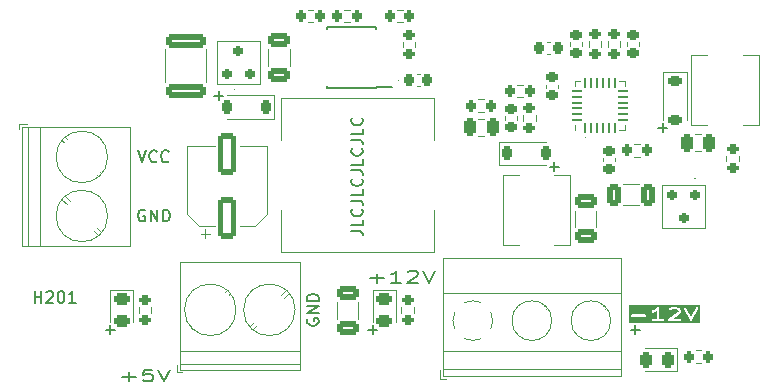
<source format=gto>
G04 #@! TF.GenerationSoftware,KiCad,Pcbnew,7.0.8*
G04 #@! TF.CreationDate,2023-11-17T13:56:21+01:00*
G04 #@! TF.ProjectId,shmoergh-dual-rail-psu,73686d6f-6572-4676-982d-6475616c2d72,rev?*
G04 #@! TF.SameCoordinates,Original*
G04 #@! TF.FileFunction,Legend,Top*
G04 #@! TF.FilePolarity,Positive*
%FSLAX46Y46*%
G04 Gerber Fmt 4.6, Leading zero omitted, Abs format (unit mm)*
G04 Created by KiCad (PCBNEW 7.0.8) date 2023-11-17 13:56:21*
%MOMM*%
%LPD*%
G01*
G04 APERTURE LIST*
G04 Aperture macros list*
%AMRoundRect*
0 Rectangle with rounded corners*
0 $1 Rounding radius*
0 $2 $3 $4 $5 $6 $7 $8 $9 X,Y pos of 4 corners*
0 Add a 4 corners polygon primitive as box body*
4,1,4,$2,$3,$4,$5,$6,$7,$8,$9,$2,$3,0*
0 Add four circle primitives for the rounded corners*
1,1,$1+$1,$2,$3*
1,1,$1+$1,$4,$5*
1,1,$1+$1,$6,$7*
1,1,$1+$1,$8,$9*
0 Add four rect primitives between the rounded corners*
20,1,$1+$1,$2,$3,$4,$5,0*
20,1,$1+$1,$4,$5,$6,$7,0*
20,1,$1+$1,$6,$7,$8,$9,0*
20,1,$1+$1,$8,$9,$2,$3,0*%
G04 Aperture macros list end*
%ADD10C,0.120000*%
%ADD11C,0.200000*%
%ADD12C,0.150000*%
%ADD13C,6.000000*%
%ADD14C,1.152000*%
%ADD15RoundRect,0.200000X-0.275000X0.200000X-0.275000X-0.200000X0.275000X-0.200000X0.275000X0.200000X0*%
%ADD16RoundRect,0.250000X0.325000X0.650000X-0.325000X0.650000X-0.325000X-0.650000X0.325000X-0.650000X0*%
%ADD17R,2.500000X1.900000*%
%ADD18RoundRect,0.200000X-0.200000X0.250000X-0.200000X-0.250000X0.200000X-0.250000X0.200000X0.250000X0*%
%ADD19R,1.550000X0.600000*%
%ADD20RoundRect,0.200000X-0.200000X-0.275000X0.200000X-0.275000X0.200000X0.275000X-0.200000X0.275000X0*%
%ADD21R,2.600000X2.600000*%
%ADD22C,2.600000*%
%ADD23R,2.900000X5.400000*%
%ADD24RoundRect,0.200000X0.275000X-0.200000X0.275000X0.200000X-0.275000X0.200000X-0.275000X-0.200000X0*%
%ADD25RoundRect,0.200000X0.200000X0.275000X-0.200000X0.275000X-0.200000X-0.275000X0.200000X-0.275000X0*%
%ADD26RoundRect,0.225000X0.250000X-0.225000X0.250000X0.225000X-0.250000X0.225000X-0.250000X-0.225000X0*%
%ADD27RoundRect,0.250000X0.650000X-0.325000X0.650000X0.325000X-0.650000X0.325000X-0.650000X-0.325000X0*%
%ADD28RoundRect,0.225000X-0.225000X-0.250000X0.225000X-0.250000X0.225000X0.250000X-0.225000X0.250000X0*%
%ADD29RoundRect,0.225000X-0.250000X0.225000X-0.250000X-0.225000X0.250000X-0.225000X0.250000X0.225000X0*%
%ADD30RoundRect,0.225000X0.225000X0.375000X-0.225000X0.375000X-0.225000X-0.375000X0.225000X-0.375000X0*%
%ADD31RoundRect,0.243750X-0.456250X0.243750X-0.456250X-0.243750X0.456250X-0.243750X0.456250X0.243750X0*%
%ADD32RoundRect,0.250000X0.550000X-1.500000X0.550000X1.500000X-0.550000X1.500000X-0.550000X-1.500000X0*%
%ADD33RoundRect,0.250000X-0.250000X-0.475000X0.250000X-0.475000X0.250000X0.475000X-0.250000X0.475000X0*%
%ADD34RoundRect,0.225000X-0.225000X-0.375000X0.225000X-0.375000X0.225000X0.375000X-0.225000X0.375000X0*%
%ADD35RoundRect,0.225000X0.225000X0.250000X-0.225000X0.250000X-0.225000X-0.250000X0.225000X-0.250000X0*%
%ADD36RoundRect,0.250000X0.250000X0.475000X-0.250000X0.475000X-0.250000X-0.475000X0.250000X-0.475000X0*%
%ADD37RoundRect,0.225000X-0.375000X0.225000X-0.375000X-0.225000X0.375000X-0.225000X0.375000X0.225000X0*%
%ADD38RoundRect,0.200000X0.200000X-0.250000X0.200000X0.250000X-0.200000X0.250000X-0.200000X-0.250000X0*%
%ADD39RoundRect,0.243750X0.243750X0.456250X-0.243750X0.456250X-0.243750X-0.456250X0.243750X-0.456250X0*%
%ADD40RoundRect,0.250000X-0.650000X0.325000X-0.650000X-0.325000X0.650000X-0.325000X0.650000X0.325000X0*%
%ADD41RoundRect,0.062500X0.062500X-0.350000X0.062500X0.350000X-0.062500X0.350000X-0.062500X-0.350000X0*%
%ADD42RoundRect,0.062500X0.350000X-0.062500X0.350000X0.062500X-0.350000X0.062500X-0.350000X-0.062500X0*%
%ADD43RoundRect,0.250000X-1.450000X0.312500X-1.450000X-0.312500X1.450000X-0.312500X1.450000X0.312500X0*%
G04 APERTURE END LIST*
D10*
X67420902Y-26906000D02*
G75*
G03*
X67420902Y-26906000I-55902J0D01*
G01*
X76720902Y-30353000D02*
G75*
G03*
X76720902Y-30353000I-55902J0D01*
G01*
X37715000Y-22860000D02*
G75*
G03*
X37715000Y-22860000I-50000J0D01*
G01*
X51615000Y-22056000D02*
G75*
G03*
X51615000Y-22056000I-50000J0D01*
G01*
D11*
X49173143Y-38820326D02*
X50316001Y-38820326D01*
X49744572Y-39201279D02*
X49744572Y-38439374D01*
X51816001Y-39201279D02*
X50958858Y-39201279D01*
X51387429Y-39201279D02*
X51387429Y-38201279D01*
X51387429Y-38201279D02*
X51244572Y-38344136D01*
X51244572Y-38344136D02*
X51101715Y-38439374D01*
X51101715Y-38439374D02*
X50958858Y-38486993D01*
X52387429Y-38296517D02*
X52458857Y-38248898D01*
X52458857Y-38248898D02*
X52601715Y-38201279D01*
X52601715Y-38201279D02*
X52958857Y-38201279D01*
X52958857Y-38201279D02*
X53101715Y-38248898D01*
X53101715Y-38248898D02*
X53173143Y-38296517D01*
X53173143Y-38296517D02*
X53244572Y-38391755D01*
X53244572Y-38391755D02*
X53244572Y-38486993D01*
X53244572Y-38486993D02*
X53173143Y-38629850D01*
X53173143Y-38629850D02*
X52316000Y-39201279D01*
X52316000Y-39201279D02*
X53244572Y-39201279D01*
X53673143Y-38201279D02*
X54173143Y-39201279D01*
X54173143Y-39201279D02*
X54673143Y-38201279D01*
G36*
X77063448Y-42605076D02*
G01*
X71083980Y-42605076D01*
X71083980Y-42012168D01*
X71226837Y-42012168D01*
X71263164Y-42062168D01*
X71321943Y-42081266D01*
X72464801Y-42081266D01*
X72523580Y-42062168D01*
X72559907Y-42012168D01*
X72559907Y-41950364D01*
X72523580Y-41900364D01*
X72464801Y-41881266D01*
X71321943Y-41881266D01*
X71263164Y-41900364D01*
X71226837Y-41950364D01*
X71226837Y-42012168D01*
X71083980Y-42012168D01*
X71083980Y-41648692D01*
X73007660Y-41648692D01*
X73027205Y-41707324D01*
X73077479Y-41743271D01*
X73139281Y-41742801D01*
X73282137Y-41695182D01*
X73292992Y-41687168D01*
X73305985Y-41683519D01*
X73436229Y-41596689D01*
X73436229Y-42262219D01*
X73107658Y-42262219D01*
X73048879Y-42281317D01*
X73012552Y-42331317D01*
X73012552Y-42393121D01*
X73048879Y-42443121D01*
X73107658Y-42462219D01*
X73964801Y-42462219D01*
X74023580Y-42443121D01*
X74059907Y-42393121D01*
X74059907Y-42389262D01*
X74368526Y-42389262D01*
X74369694Y-42391014D01*
X74369694Y-42393121D01*
X74386734Y-42416575D01*
X74402808Y-42440686D01*
X74404782Y-42441416D01*
X74406021Y-42443121D01*
X74433584Y-42452076D01*
X74460769Y-42462138D01*
X74462797Y-42461568D01*
X74464800Y-42462219D01*
X75393372Y-42462219D01*
X75452151Y-42443121D01*
X75488478Y-42393121D01*
X75488478Y-42331317D01*
X75452151Y-42281317D01*
X75393372Y-42262219D01*
X74795077Y-42262219D01*
X75377413Y-41873995D01*
X75393347Y-41853826D01*
X75411386Y-41835512D01*
X75482815Y-41692655D01*
X75486248Y-41669856D01*
X75493372Y-41647933D01*
X75493372Y-41552695D01*
X75493126Y-41551938D01*
X75493361Y-41551177D01*
X75483599Y-41522619D01*
X75474274Y-41493916D01*
X75473629Y-41493447D01*
X75473372Y-41492695D01*
X75401943Y-41397457D01*
X75387989Y-41387639D01*
X75377413Y-41374252D01*
X75334774Y-41345826D01*
X75723295Y-41345826D01*
X75732500Y-41406940D01*
X76232500Y-42406940D01*
X76244132Y-42418750D01*
X76251771Y-42433465D01*
X76265275Y-42440216D01*
X76275869Y-42450973D01*
X76292222Y-42453690D01*
X76307050Y-42461104D01*
X76321943Y-42458629D01*
X76336836Y-42461104D01*
X76351663Y-42453690D01*
X76368017Y-42450973D01*
X76378610Y-42440216D01*
X76392115Y-42433465D01*
X76399753Y-42418750D01*
X76411386Y-42406940D01*
X76911386Y-41406940D01*
X76920591Y-41345826D01*
X76892115Y-41290973D01*
X76836836Y-41263334D01*
X76775869Y-41273465D01*
X76732500Y-41317498D01*
X76321943Y-42138612D01*
X75911386Y-41317498D01*
X75868017Y-41273465D01*
X75807050Y-41263334D01*
X75751771Y-41290973D01*
X75723295Y-41345826D01*
X75334774Y-41345826D01*
X75305985Y-41326633D01*
X75292994Y-41322983D01*
X75282137Y-41314969D01*
X75139280Y-41267351D01*
X75123072Y-41267227D01*
X75107657Y-41262219D01*
X74750515Y-41262219D01*
X74735099Y-41267227D01*
X74718892Y-41267351D01*
X74576034Y-41314970D01*
X74565178Y-41322983D01*
X74552187Y-41326633D01*
X74480759Y-41374252D01*
X74442445Y-41422747D01*
X74439955Y-41484501D01*
X74474238Y-41535925D01*
X74532199Y-41557376D01*
X74591699Y-41540662D01*
X74651984Y-41500471D01*
X74766744Y-41462219D01*
X75091430Y-41462219D01*
X75206186Y-41500471D01*
X75252220Y-41531160D01*
X75293372Y-41586028D01*
X75293372Y-41624325D01*
X75244375Y-41722316D01*
X74409330Y-42279014D01*
X74408024Y-42280665D01*
X74406021Y-42281317D01*
X74388978Y-42304774D01*
X74371017Y-42327509D01*
X74370932Y-42329612D01*
X74369694Y-42331317D01*
X74369694Y-42360306D01*
X74368526Y-42389262D01*
X74059907Y-42389262D01*
X74059907Y-42331317D01*
X74023580Y-42281317D01*
X73964801Y-42262219D01*
X73636229Y-42262219D01*
X73636229Y-41362219D01*
X73628993Y-41339948D01*
X73625330Y-41316820D01*
X73619624Y-41311114D01*
X73617131Y-41303440D01*
X73598184Y-41289674D01*
X73581628Y-41273118D01*
X73573659Y-41271855D01*
X73567131Y-41267113D01*
X73543713Y-41267113D01*
X73520585Y-41263450D01*
X73513396Y-41267113D01*
X73505327Y-41267113D01*
X73486379Y-41280879D01*
X73465518Y-41291509D01*
X73329661Y-41427364D01*
X73206187Y-41509681D01*
X73076035Y-41553065D01*
X73026312Y-41589770D01*
X73007660Y-41648692D01*
X71083980Y-41648692D01*
X71083980Y-41119362D01*
X77063448Y-41119362D01*
X77063448Y-42605076D01*
G37*
D12*
X43867438Y-42267904D02*
X43819819Y-42363142D01*
X43819819Y-42363142D02*
X43819819Y-42505999D01*
X43819819Y-42505999D02*
X43867438Y-42648856D01*
X43867438Y-42648856D02*
X43962676Y-42744094D01*
X43962676Y-42744094D02*
X44057914Y-42791713D01*
X44057914Y-42791713D02*
X44248390Y-42839332D01*
X44248390Y-42839332D02*
X44391247Y-42839332D01*
X44391247Y-42839332D02*
X44581723Y-42791713D01*
X44581723Y-42791713D02*
X44676961Y-42744094D01*
X44676961Y-42744094D02*
X44772200Y-42648856D01*
X44772200Y-42648856D02*
X44819819Y-42505999D01*
X44819819Y-42505999D02*
X44819819Y-42410761D01*
X44819819Y-42410761D02*
X44772200Y-42267904D01*
X44772200Y-42267904D02*
X44724580Y-42220285D01*
X44724580Y-42220285D02*
X44391247Y-42220285D01*
X44391247Y-42220285D02*
X44391247Y-42410761D01*
X44819819Y-41791713D02*
X43819819Y-41791713D01*
X43819819Y-41791713D02*
X44819819Y-41220285D01*
X44819819Y-41220285D02*
X43819819Y-41220285D01*
X44819819Y-40744094D02*
X43819819Y-40744094D01*
X43819819Y-40744094D02*
X43819819Y-40505999D01*
X43819819Y-40505999D02*
X43867438Y-40363142D01*
X43867438Y-40363142D02*
X43962676Y-40267904D01*
X43962676Y-40267904D02*
X44057914Y-40220285D01*
X44057914Y-40220285D02*
X44248390Y-40172666D01*
X44248390Y-40172666D02*
X44391247Y-40172666D01*
X44391247Y-40172666D02*
X44581723Y-40220285D01*
X44581723Y-40220285D02*
X44676961Y-40267904D01*
X44676961Y-40267904D02*
X44772200Y-40363142D01*
X44772200Y-40363142D02*
X44819819Y-40505999D01*
X44819819Y-40505999D02*
X44819819Y-40744094D01*
X30103095Y-33058438D02*
X30007857Y-33010819D01*
X30007857Y-33010819D02*
X29865000Y-33010819D01*
X29865000Y-33010819D02*
X29722143Y-33058438D01*
X29722143Y-33058438D02*
X29626905Y-33153676D01*
X29626905Y-33153676D02*
X29579286Y-33248914D01*
X29579286Y-33248914D02*
X29531667Y-33439390D01*
X29531667Y-33439390D02*
X29531667Y-33582247D01*
X29531667Y-33582247D02*
X29579286Y-33772723D01*
X29579286Y-33772723D02*
X29626905Y-33867961D01*
X29626905Y-33867961D02*
X29722143Y-33963200D01*
X29722143Y-33963200D02*
X29865000Y-34010819D01*
X29865000Y-34010819D02*
X29960238Y-34010819D01*
X29960238Y-34010819D02*
X30103095Y-33963200D01*
X30103095Y-33963200D02*
X30150714Y-33915580D01*
X30150714Y-33915580D02*
X30150714Y-33582247D01*
X30150714Y-33582247D02*
X29960238Y-33582247D01*
X30579286Y-34010819D02*
X30579286Y-33010819D01*
X30579286Y-33010819D02*
X31150714Y-34010819D01*
X31150714Y-34010819D02*
X31150714Y-33010819D01*
X31626905Y-34010819D02*
X31626905Y-33010819D01*
X31626905Y-33010819D02*
X31865000Y-33010819D01*
X31865000Y-33010819D02*
X32007857Y-33058438D01*
X32007857Y-33058438D02*
X32103095Y-33153676D01*
X32103095Y-33153676D02*
X32150714Y-33248914D01*
X32150714Y-33248914D02*
X32198333Y-33439390D01*
X32198333Y-33439390D02*
X32198333Y-33582247D01*
X32198333Y-33582247D02*
X32150714Y-33772723D01*
X32150714Y-33772723D02*
X32103095Y-33867961D01*
X32103095Y-33867961D02*
X32007857Y-33963200D01*
X32007857Y-33963200D02*
X31865000Y-34010819D01*
X31865000Y-34010819D02*
X31626905Y-34010819D01*
D11*
X29531667Y-28008219D02*
X29865000Y-29008219D01*
X29865000Y-29008219D02*
X30198333Y-28008219D01*
X31103095Y-28912980D02*
X31055476Y-28960600D01*
X31055476Y-28960600D02*
X30912619Y-29008219D01*
X30912619Y-29008219D02*
X30817381Y-29008219D01*
X30817381Y-29008219D02*
X30674524Y-28960600D01*
X30674524Y-28960600D02*
X30579286Y-28865361D01*
X30579286Y-28865361D02*
X30531667Y-28770123D01*
X30531667Y-28770123D02*
X30484048Y-28579647D01*
X30484048Y-28579647D02*
X30484048Y-28436790D01*
X30484048Y-28436790D02*
X30531667Y-28246314D01*
X30531667Y-28246314D02*
X30579286Y-28151076D01*
X30579286Y-28151076D02*
X30674524Y-28055838D01*
X30674524Y-28055838D02*
X30817381Y-28008219D01*
X30817381Y-28008219D02*
X30912619Y-28008219D01*
X30912619Y-28008219D02*
X31055476Y-28055838D01*
X31055476Y-28055838D02*
X31103095Y-28103457D01*
X32103095Y-28912980D02*
X32055476Y-28960600D01*
X32055476Y-28960600D02*
X31912619Y-29008219D01*
X31912619Y-29008219D02*
X31817381Y-29008219D01*
X31817381Y-29008219D02*
X31674524Y-28960600D01*
X31674524Y-28960600D02*
X31579286Y-28865361D01*
X31579286Y-28865361D02*
X31531667Y-28770123D01*
X31531667Y-28770123D02*
X31484048Y-28579647D01*
X31484048Y-28579647D02*
X31484048Y-28436790D01*
X31484048Y-28436790D02*
X31531667Y-28246314D01*
X31531667Y-28246314D02*
X31579286Y-28151076D01*
X31579286Y-28151076D02*
X31674524Y-28055838D01*
X31674524Y-28055838D02*
X31817381Y-28008219D01*
X31817381Y-28008219D02*
X31912619Y-28008219D01*
X31912619Y-28008219D02*
X32055476Y-28055838D01*
X32055476Y-28055838D02*
X32103095Y-28103457D01*
D12*
X49034048Y-43179866D02*
X49795953Y-43179866D01*
X49415000Y-43560819D02*
X49415000Y-42798914D01*
X71259048Y-43179866D02*
X72020953Y-43179866D01*
X71640000Y-43560819D02*
X71640000Y-42798914D01*
X73584048Y-26104866D02*
X74345953Y-26104866D01*
X73965000Y-26485819D02*
X73965000Y-25723914D01*
X64384048Y-29404866D02*
X65145953Y-29404866D01*
X64765000Y-29785819D02*
X64765000Y-29023914D01*
X35984048Y-23379866D02*
X36745953Y-23379866D01*
X36365000Y-23760819D02*
X36365000Y-22998914D01*
X26809048Y-43179866D02*
X27570953Y-43179866D01*
X27190000Y-43560819D02*
X27190000Y-42798914D01*
D11*
X28170428Y-47188266D02*
X29313286Y-47188266D01*
X28741857Y-47569219D02*
X28741857Y-46807314D01*
X30741857Y-46569219D02*
X30027571Y-46569219D01*
X30027571Y-46569219D02*
X29956143Y-47045409D01*
X29956143Y-47045409D02*
X30027571Y-46997790D01*
X30027571Y-46997790D02*
X30170429Y-46950171D01*
X30170429Y-46950171D02*
X30527571Y-46950171D01*
X30527571Y-46950171D02*
X30670429Y-46997790D01*
X30670429Y-46997790D02*
X30741857Y-47045409D01*
X30741857Y-47045409D02*
X30813286Y-47140647D01*
X30813286Y-47140647D02*
X30813286Y-47378742D01*
X30813286Y-47378742D02*
X30741857Y-47473980D01*
X30741857Y-47473980D02*
X30670429Y-47521600D01*
X30670429Y-47521600D02*
X30527571Y-47569219D01*
X30527571Y-47569219D02*
X30170429Y-47569219D01*
X30170429Y-47569219D02*
X30027571Y-47521600D01*
X30027571Y-47521600D02*
X29956143Y-47473980D01*
X31241857Y-46569219D02*
X31741857Y-47569219D01*
X31741857Y-47569219D02*
X32241857Y-46569219D01*
D12*
X47569819Y-34825048D02*
X48284104Y-34825048D01*
X48284104Y-34825048D02*
X48426961Y-34872667D01*
X48426961Y-34872667D02*
X48522200Y-34967905D01*
X48522200Y-34967905D02*
X48569819Y-35110762D01*
X48569819Y-35110762D02*
X48569819Y-35206000D01*
X48569819Y-33872667D02*
X48569819Y-34348857D01*
X48569819Y-34348857D02*
X47569819Y-34348857D01*
X48474580Y-32967905D02*
X48522200Y-33015524D01*
X48522200Y-33015524D02*
X48569819Y-33158381D01*
X48569819Y-33158381D02*
X48569819Y-33253619D01*
X48569819Y-33253619D02*
X48522200Y-33396476D01*
X48522200Y-33396476D02*
X48426961Y-33491714D01*
X48426961Y-33491714D02*
X48331723Y-33539333D01*
X48331723Y-33539333D02*
X48141247Y-33586952D01*
X48141247Y-33586952D02*
X47998390Y-33586952D01*
X47998390Y-33586952D02*
X47807914Y-33539333D01*
X47807914Y-33539333D02*
X47712676Y-33491714D01*
X47712676Y-33491714D02*
X47617438Y-33396476D01*
X47617438Y-33396476D02*
X47569819Y-33253619D01*
X47569819Y-33253619D02*
X47569819Y-33158381D01*
X47569819Y-33158381D02*
X47617438Y-33015524D01*
X47617438Y-33015524D02*
X47665057Y-32967905D01*
X47569819Y-32253619D02*
X48284104Y-32253619D01*
X48284104Y-32253619D02*
X48426961Y-32301238D01*
X48426961Y-32301238D02*
X48522200Y-32396476D01*
X48522200Y-32396476D02*
X48569819Y-32539333D01*
X48569819Y-32539333D02*
X48569819Y-32634571D01*
X48569819Y-31301238D02*
X48569819Y-31777428D01*
X48569819Y-31777428D02*
X47569819Y-31777428D01*
X48474580Y-30396476D02*
X48522200Y-30444095D01*
X48522200Y-30444095D02*
X48569819Y-30586952D01*
X48569819Y-30586952D02*
X48569819Y-30682190D01*
X48569819Y-30682190D02*
X48522200Y-30825047D01*
X48522200Y-30825047D02*
X48426961Y-30920285D01*
X48426961Y-30920285D02*
X48331723Y-30967904D01*
X48331723Y-30967904D02*
X48141247Y-31015523D01*
X48141247Y-31015523D02*
X47998390Y-31015523D01*
X47998390Y-31015523D02*
X47807914Y-30967904D01*
X47807914Y-30967904D02*
X47712676Y-30920285D01*
X47712676Y-30920285D02*
X47617438Y-30825047D01*
X47617438Y-30825047D02*
X47569819Y-30682190D01*
X47569819Y-30682190D02*
X47569819Y-30586952D01*
X47569819Y-30586952D02*
X47617438Y-30444095D01*
X47617438Y-30444095D02*
X47665057Y-30396476D01*
X47569819Y-29682190D02*
X48284104Y-29682190D01*
X48284104Y-29682190D02*
X48426961Y-29729809D01*
X48426961Y-29729809D02*
X48522200Y-29825047D01*
X48522200Y-29825047D02*
X48569819Y-29967904D01*
X48569819Y-29967904D02*
X48569819Y-30063142D01*
X48569819Y-28729809D02*
X48569819Y-29205999D01*
X48569819Y-29205999D02*
X47569819Y-29205999D01*
X48474580Y-27825047D02*
X48522200Y-27872666D01*
X48522200Y-27872666D02*
X48569819Y-28015523D01*
X48569819Y-28015523D02*
X48569819Y-28110761D01*
X48569819Y-28110761D02*
X48522200Y-28253618D01*
X48522200Y-28253618D02*
X48426961Y-28348856D01*
X48426961Y-28348856D02*
X48331723Y-28396475D01*
X48331723Y-28396475D02*
X48141247Y-28444094D01*
X48141247Y-28444094D02*
X47998390Y-28444094D01*
X47998390Y-28444094D02*
X47807914Y-28396475D01*
X47807914Y-28396475D02*
X47712676Y-28348856D01*
X47712676Y-28348856D02*
X47617438Y-28253618D01*
X47617438Y-28253618D02*
X47569819Y-28110761D01*
X47569819Y-28110761D02*
X47569819Y-28015523D01*
X47569819Y-28015523D02*
X47617438Y-27872666D01*
X47617438Y-27872666D02*
X47665057Y-27825047D01*
X47569819Y-27110761D02*
X48284104Y-27110761D01*
X48284104Y-27110761D02*
X48426961Y-27158380D01*
X48426961Y-27158380D02*
X48522200Y-27253618D01*
X48522200Y-27253618D02*
X48569819Y-27396475D01*
X48569819Y-27396475D02*
X48569819Y-27491713D01*
X48569819Y-26158380D02*
X48569819Y-26634570D01*
X48569819Y-26634570D02*
X47569819Y-26634570D01*
X48474580Y-25253618D02*
X48522200Y-25301237D01*
X48522200Y-25301237D02*
X48569819Y-25444094D01*
X48569819Y-25444094D02*
X48569819Y-25539332D01*
X48569819Y-25539332D02*
X48522200Y-25682189D01*
X48522200Y-25682189D02*
X48426961Y-25777427D01*
X48426961Y-25777427D02*
X48331723Y-25825046D01*
X48331723Y-25825046D02*
X48141247Y-25872665D01*
X48141247Y-25872665D02*
X47998390Y-25872665D01*
X47998390Y-25872665D02*
X47807914Y-25825046D01*
X47807914Y-25825046D02*
X47712676Y-25777427D01*
X47712676Y-25777427D02*
X47617438Y-25682189D01*
X47617438Y-25682189D02*
X47569819Y-25539332D01*
X47569819Y-25539332D02*
X47569819Y-25444094D01*
X47569819Y-25444094D02*
X47617438Y-25301237D01*
X47617438Y-25301237D02*
X47665057Y-25253618D01*
X20764714Y-40904819D02*
X20764714Y-39904819D01*
X20764714Y-40381009D02*
X21336142Y-40381009D01*
X21336142Y-40904819D02*
X21336142Y-39904819D01*
X21764714Y-40000057D02*
X21812333Y-39952438D01*
X21812333Y-39952438D02*
X21907571Y-39904819D01*
X21907571Y-39904819D02*
X22145666Y-39904819D01*
X22145666Y-39904819D02*
X22240904Y-39952438D01*
X22240904Y-39952438D02*
X22288523Y-40000057D01*
X22288523Y-40000057D02*
X22336142Y-40095295D01*
X22336142Y-40095295D02*
X22336142Y-40190533D01*
X22336142Y-40190533D02*
X22288523Y-40333390D01*
X22288523Y-40333390D02*
X21717095Y-40904819D01*
X21717095Y-40904819D02*
X22336142Y-40904819D01*
X22955190Y-39904819D02*
X23050428Y-39904819D01*
X23050428Y-39904819D02*
X23145666Y-39952438D01*
X23145666Y-39952438D02*
X23193285Y-40000057D01*
X23193285Y-40000057D02*
X23240904Y-40095295D01*
X23240904Y-40095295D02*
X23288523Y-40285771D01*
X23288523Y-40285771D02*
X23288523Y-40523866D01*
X23288523Y-40523866D02*
X23240904Y-40714342D01*
X23240904Y-40714342D02*
X23193285Y-40809580D01*
X23193285Y-40809580D02*
X23145666Y-40857200D01*
X23145666Y-40857200D02*
X23050428Y-40904819D01*
X23050428Y-40904819D02*
X22955190Y-40904819D01*
X22955190Y-40904819D02*
X22859952Y-40857200D01*
X22859952Y-40857200D02*
X22812333Y-40809580D01*
X22812333Y-40809580D02*
X22764714Y-40714342D01*
X22764714Y-40714342D02*
X22717095Y-40523866D01*
X22717095Y-40523866D02*
X22717095Y-40285771D01*
X22717095Y-40285771D02*
X22764714Y-40095295D01*
X22764714Y-40095295D02*
X22812333Y-40000057D01*
X22812333Y-40000057D02*
X22859952Y-39952438D01*
X22859952Y-39952438D02*
X22955190Y-39904819D01*
X24240904Y-40904819D02*
X23669476Y-40904819D01*
X23955190Y-40904819D02*
X23955190Y-39904819D01*
X23955190Y-39904819D02*
X23859952Y-40047676D01*
X23859952Y-40047676D02*
X23764714Y-40142914D01*
X23764714Y-40142914D02*
X23669476Y-40190533D01*
D10*
X52987500Y-18806242D02*
X52987500Y-19280758D01*
X51942500Y-18806242D02*
X51942500Y-19280758D01*
X71976252Y-32666000D02*
X70553748Y-32666000D01*
X71976252Y-30846000D02*
X70553748Y-30846000D01*
X82075000Y-19896000D02*
X80725000Y-19896000D01*
X82075000Y-19896000D02*
X82075000Y-25816000D01*
X76355000Y-19896000D02*
X77705000Y-19896000D01*
X76355000Y-19896000D02*
X76355000Y-25816000D01*
X82075000Y-25816000D02*
X80725000Y-25816000D01*
X76355000Y-25816000D02*
X77705000Y-25816000D01*
X77515000Y-30956000D02*
X73915000Y-30956000D01*
X73915000Y-30956000D02*
X73915000Y-34556000D01*
X77515000Y-34556000D02*
X77515000Y-30956000D01*
X73915000Y-34556000D02*
X77515000Y-34556000D01*
D12*
X49658600Y-22706400D02*
X49658600Y-22656400D01*
X49658600Y-22706400D02*
X45508600Y-22706400D01*
X49658600Y-22656400D02*
X51058600Y-22656400D01*
X49658600Y-17556400D02*
X49658600Y-17701400D01*
X49658600Y-17556400D02*
X45508600Y-17556400D01*
X45508600Y-22706400D02*
X45508600Y-22561400D01*
X45508600Y-17556400D02*
X45508600Y-17701400D01*
D10*
X61640242Y-22433500D02*
X62114758Y-22433500D01*
X61640242Y-23478500D02*
X62114758Y-23478500D01*
X20105000Y-25756000D02*
X19465000Y-25756000D01*
X19465000Y-25756000D02*
X19465000Y-26156000D01*
X28825000Y-25996000D02*
X19705000Y-25996000D01*
X28825000Y-25996000D02*
X28825000Y-36116000D01*
X21265000Y-25996000D02*
X21265000Y-36116000D01*
X20165000Y-25996000D02*
X20165000Y-36116000D01*
X19705000Y-25996000D02*
X19705000Y-36116000D01*
X23484000Y-27008000D02*
X23377000Y-26902000D01*
X23218000Y-27274000D02*
X23111000Y-27168000D01*
X26419000Y-29944000D02*
X26312000Y-29837000D01*
X26153000Y-30210000D02*
X26046000Y-30103000D01*
X23773000Y-32298000D02*
X23377000Y-31903000D01*
X23491000Y-32549000D02*
X23111000Y-32169000D01*
X26419000Y-34944000D02*
X26039000Y-34564000D01*
X26153000Y-35210000D02*
X25757000Y-34815000D01*
X28825000Y-36116000D02*
X19705000Y-36116000D01*
X26945000Y-28556000D02*
G75*
G03*
X26945000Y-28556000I-2180000J0D01*
G01*
X26945000Y-33556000D02*
G75*
G03*
X26945000Y-33556000I-2180000J0D01*
G01*
X41591200Y-23607000D02*
X41591200Y-27157000D01*
X41591200Y-23607000D02*
X54611200Y-23607000D01*
X41591200Y-36627000D02*
X41591200Y-33077000D01*
X41591200Y-36627000D02*
X54611200Y-36627000D01*
X54611200Y-23607000D02*
X54611200Y-27157000D01*
X54611200Y-36627000D02*
X54611200Y-33077000D01*
X67692500Y-19243258D02*
X67692500Y-18768742D01*
X68737500Y-19243258D02*
X68737500Y-18768742D01*
X71515242Y-27483500D02*
X71989758Y-27483500D01*
X71515242Y-28528500D02*
X71989758Y-28528500D01*
X44364758Y-17128500D02*
X43890242Y-17128500D01*
X44364758Y-16083500D02*
X43890242Y-16083500D01*
X66105000Y-19146580D02*
X66105000Y-18865420D01*
X67125000Y-19146580D02*
X67125000Y-18865420D01*
X66505000Y-34517252D02*
X66505000Y-33094748D01*
X68325000Y-34517252D02*
X68325000Y-33094748D01*
X53111920Y-21546000D02*
X53393080Y-21546000D01*
X53111920Y-22566000D02*
X53393080Y-22566000D01*
X71925000Y-18865420D02*
X71925000Y-19146580D01*
X70905000Y-18865420D02*
X70905000Y-19146580D01*
X41075000Y-25356000D02*
X41075000Y-23356000D01*
X41075000Y-25356000D02*
X37065000Y-25356000D01*
X41075000Y-23356000D02*
X37065000Y-23356000D01*
X29100000Y-39821000D02*
X27180000Y-39821000D01*
X27180000Y-39821000D02*
X27180000Y-42506000D01*
X29100000Y-42506000D02*
X29100000Y-39821000D01*
X35217500Y-35443500D02*
X35217500Y-34656000D01*
X34823750Y-35049750D02*
X35611250Y-35049750D01*
X34719437Y-34416000D02*
X36005000Y-34416000D01*
X34719437Y-34416000D02*
X33655000Y-33351563D01*
X39410563Y-34416000D02*
X38125000Y-34416000D01*
X39410563Y-34416000D02*
X40475000Y-33351563D01*
X33655000Y-33351563D02*
X33655000Y-27596000D01*
X40475000Y-33351563D02*
X40475000Y-27596000D01*
X33655000Y-27596000D02*
X36005000Y-27596000D01*
X40475000Y-27596000D02*
X38125000Y-27596000D01*
X40555000Y-20867252D02*
X40555000Y-19444748D01*
X42375000Y-20867252D02*
X42375000Y-19444748D01*
X64055000Y-22709080D02*
X64055000Y-22427920D01*
X65075000Y-22709080D02*
X65075000Y-22427920D01*
X47439758Y-17128500D02*
X46965242Y-17128500D01*
X47439758Y-16083500D02*
X46965242Y-16083500D01*
X32840000Y-46166000D02*
X32840000Y-46806000D01*
X32840000Y-46806000D02*
X33240000Y-46806000D01*
X33080000Y-37446000D02*
X33080000Y-46566000D01*
X33080000Y-37446000D02*
X43200000Y-37446000D01*
X33080000Y-45006000D02*
X43200000Y-45006000D01*
X33080000Y-46106000D02*
X43200000Y-46106000D01*
X33080000Y-46566000D02*
X43200000Y-46566000D01*
X34092000Y-42787000D02*
X33986000Y-42894000D01*
X34358000Y-43053000D02*
X34252000Y-43160000D01*
X37028000Y-39852000D02*
X36921000Y-39959000D01*
X37294000Y-40118000D02*
X37187000Y-40225000D01*
X39382000Y-42498000D02*
X38987000Y-42894000D01*
X39633000Y-42780000D02*
X39253000Y-43160000D01*
X42028000Y-39852000D02*
X41648000Y-40232000D01*
X42294000Y-40118000D02*
X41899000Y-40514000D01*
X43200000Y-37446000D02*
X43200000Y-46566000D01*
X37820000Y-41506000D02*
G75*
G03*
X37820000Y-41506000I-2180000J0D01*
G01*
X42820000Y-41506000D02*
G75*
G03*
X42820000Y-41506000I-2180000J0D01*
G01*
X69875000Y-28652920D02*
X69875000Y-28934080D01*
X68855000Y-28652920D02*
X68855000Y-28934080D01*
X76653748Y-26621000D02*
X77176252Y-26621000D01*
X76653748Y-28091000D02*
X77176252Y-28091000D01*
X55065000Y-46578000D02*
X55065000Y-47318000D01*
X55065000Y-47318000D02*
X55565000Y-47318000D01*
X55305000Y-37157000D02*
X55305000Y-47078000D01*
X55305000Y-37157000D02*
X70425000Y-37157000D01*
X55305000Y-40117000D02*
X70425000Y-40117000D01*
X55305000Y-45018000D02*
X70425000Y-45018000D01*
X55305000Y-46518000D02*
X70425000Y-46518000D01*
X55305000Y-47078000D02*
X70425000Y-47078000D01*
X61638000Y-43441000D02*
X61591000Y-43487000D01*
X61831000Y-43657000D02*
X61796000Y-43692000D01*
X63935000Y-41143000D02*
X63900000Y-41179000D01*
X64140000Y-41349000D02*
X64093000Y-41395000D01*
X66638000Y-43441000D02*
X66591000Y-43487000D01*
X66831000Y-43657000D02*
X66796000Y-43692000D01*
X68935000Y-41143000D02*
X68900000Y-41179000D01*
X69140000Y-41349000D02*
X69093000Y-41395000D01*
X70425000Y-37157000D02*
X70425000Y-47078000D01*
X56330001Y-41734001D02*
G75*
G03*
X56329574Y-43101042I1534992J-684000D01*
G01*
X58548999Y-40883001D02*
G75*
G03*
X57181958Y-40882574I-684000J-1534992D01*
G01*
X57181000Y-43952999D02*
G75*
G03*
X57893805Y-44098252I683999J1535000D01*
G01*
X57865000Y-44097999D02*
G75*
G03*
X58548318Y-43952755I0J1679999D01*
G01*
X59400000Y-43102000D02*
G75*
G03*
X59400426Y-41734958I-1535000J684000D01*
G01*
X64545000Y-42418000D02*
G75*
G03*
X64545000Y-42418000I-1680000J0D01*
G01*
X69545000Y-42418000D02*
G75*
G03*
X69545000Y-42418000I-1680000J0D01*
G01*
X51325000Y-39821000D02*
X49405000Y-39821000D01*
X49405000Y-39821000D02*
X49405000Y-42506000D01*
X51325000Y-42506000D02*
X51325000Y-39821000D01*
X60055000Y-27262800D02*
X60055000Y-29262800D01*
X60055000Y-27262800D02*
X64065000Y-27262800D01*
X60055000Y-29262800D02*
X64065000Y-29262800D01*
X64418080Y-19866000D02*
X64136920Y-19866000D01*
X64418080Y-18846000D02*
X64136920Y-18846000D01*
X58851252Y-26791000D02*
X58328748Y-26791000D01*
X58851252Y-25321000D02*
X58328748Y-25321000D01*
X29567500Y-41743258D02*
X29567500Y-41268742D01*
X30612500Y-41743258D02*
X30612500Y-41268742D01*
X51817500Y-41743258D02*
X51817500Y-41268742D01*
X52862500Y-41743258D02*
X52862500Y-41268742D01*
X75965000Y-21396000D02*
X73965000Y-21396000D01*
X75965000Y-21396000D02*
X75965000Y-25406000D01*
X73965000Y-21396000D02*
X73965000Y-25406000D01*
X36215000Y-22356000D02*
X39815000Y-22356000D01*
X39815000Y-22356000D02*
X39815000Y-18756000D01*
X36215000Y-18756000D02*
X36215000Y-22356000D01*
X39815000Y-18756000D02*
X36215000Y-18756000D01*
X63187500Y-25018742D02*
X63187500Y-25493258D01*
X62142500Y-25018742D02*
X62142500Y-25493258D01*
X60630000Y-25396580D02*
X60630000Y-25115420D01*
X61650000Y-25396580D02*
X61650000Y-25115420D01*
X60405000Y-36038800D02*
X61755000Y-36038800D01*
X60405000Y-36038800D02*
X60405000Y-30118800D01*
X66125000Y-36038800D02*
X64775000Y-36038800D01*
X66125000Y-36038800D02*
X66125000Y-30118800D01*
X60405000Y-30118800D02*
X61755000Y-30118800D01*
X66125000Y-30118800D02*
X64775000Y-30118800D01*
X58340242Y-23683500D02*
X58814758Y-23683500D01*
X58340242Y-24728500D02*
X58814758Y-24728500D01*
X75169500Y-46680000D02*
X75169500Y-44760000D01*
X75169500Y-44760000D02*
X72484500Y-44760000D01*
X72484500Y-46680000D02*
X75169500Y-46680000D01*
X48175000Y-40844748D02*
X48175000Y-42267252D01*
X46355000Y-40844748D02*
X46355000Y-42267252D01*
X69292500Y-19243258D02*
X69292500Y-18768742D01*
X70337500Y-19243258D02*
X70337500Y-18768742D01*
X51440242Y-16083500D02*
X51914758Y-16083500D01*
X51440242Y-17128500D02*
X51914758Y-17128500D01*
X70725000Y-26316000D02*
X70250000Y-26316000D01*
X66505000Y-25841000D02*
X66505000Y-26316000D01*
X70725000Y-25841000D02*
X70725000Y-26316000D01*
X66505000Y-22571000D02*
X66505000Y-22096000D01*
X70725000Y-22571000D02*
X70725000Y-22096000D01*
X66505000Y-22096000D02*
X66980000Y-22096000D01*
X70725000Y-22096000D02*
X70250000Y-22096000D01*
X76724742Y-44943500D02*
X77199258Y-44943500D01*
X76724742Y-45988500D02*
X77199258Y-45988500D01*
X35257000Y-19459748D02*
X35257000Y-22232252D01*
X31837000Y-19459748D02*
X31837000Y-22232252D01*
X80387500Y-28443742D02*
X80387500Y-28918258D01*
X79342500Y-28443742D02*
X79342500Y-28918258D01*
%LPC*%
D13*
X86487000Y-44577000D03*
X86487000Y-18669000D03*
X22352000Y-18415000D03*
X22479000Y-44450000D03*
D14*
X26035000Y-21463000D03*
X83312000Y-41148000D03*
D15*
X52465000Y-18218500D03*
X52465000Y-19868500D03*
D16*
X72740000Y-31756000D03*
X69790000Y-31756000D03*
D17*
X79215000Y-20806000D03*
X79215000Y-24906000D03*
D18*
X76665000Y-31756000D03*
X74765000Y-31756000D03*
X75715000Y-33756000D03*
D19*
X50283600Y-22036400D03*
X50283600Y-20766400D03*
X50283600Y-19496400D03*
X50283600Y-18226400D03*
X44883600Y-18226400D03*
X44883600Y-19496400D03*
X44883600Y-20766400D03*
X44883600Y-22036400D03*
D20*
X61052500Y-22956000D03*
X62702500Y-22956000D03*
D21*
X24765000Y-28556000D03*
D22*
X24765000Y-33556000D03*
D23*
X43151200Y-30117000D03*
X53051200Y-30117000D03*
D24*
X68215000Y-19831000D03*
X68215000Y-18181000D03*
D20*
X70927500Y-28006000D03*
X72577500Y-28006000D03*
D25*
X44952500Y-16606000D03*
X43302500Y-16606000D03*
D26*
X66615000Y-19781000D03*
X66615000Y-18231000D03*
D27*
X67415000Y-35281000D03*
X67415000Y-32331000D03*
D28*
X52477500Y-22056000D03*
X54027500Y-22056000D03*
D29*
X71415000Y-18231000D03*
X71415000Y-19781000D03*
D30*
X40365000Y-24356000D03*
X37065000Y-24356000D03*
D31*
X28140000Y-40568500D03*
X28140000Y-42443500D03*
D32*
X37065000Y-33706000D03*
X37065000Y-28306000D03*
D27*
X41465000Y-21631000D03*
X41465000Y-18681000D03*
D26*
X64565000Y-23343500D03*
X64565000Y-21793500D03*
D25*
X48027500Y-16606000D03*
X46377500Y-16606000D03*
D21*
X35640000Y-41506000D03*
D22*
X40640000Y-41506000D03*
D29*
X69365000Y-28018500D03*
X69365000Y-29568500D03*
D33*
X75965000Y-27356000D03*
X77865000Y-27356000D03*
D21*
X57865000Y-42418000D03*
D22*
X62865000Y-42418000D03*
X67865000Y-42418000D03*
D31*
X50365000Y-40568500D03*
X50365000Y-42443500D03*
D34*
X60765000Y-28262800D03*
X64065000Y-28262800D03*
D35*
X65052500Y-19356000D03*
X63502500Y-19356000D03*
D36*
X59540000Y-26056000D03*
X57640000Y-26056000D03*
D24*
X30090000Y-42331000D03*
X30090000Y-40681000D03*
X52340000Y-42331000D03*
X52340000Y-40681000D03*
D37*
X74965000Y-22106000D03*
X74965000Y-25406000D03*
D38*
X37065000Y-21556000D03*
X38965000Y-21556000D03*
X38015000Y-19556000D03*
D15*
X62665000Y-24431000D03*
X62665000Y-26081000D03*
D26*
X61140000Y-26031000D03*
X61140000Y-24481000D03*
D17*
X63265000Y-35128800D03*
X63265000Y-31028800D03*
D20*
X57752500Y-24206000D03*
X59402500Y-24206000D03*
D39*
X74422000Y-45720000D03*
X72547000Y-45720000D03*
D40*
X47265000Y-40081000D03*
X47265000Y-43031000D03*
D24*
X69815000Y-19831000D03*
X69815000Y-18181000D03*
D20*
X50852500Y-16606000D03*
X52502500Y-16606000D03*
D41*
X67365000Y-26143500D03*
X67865000Y-26143500D03*
X68365000Y-26143500D03*
X68865000Y-26143500D03*
X69365000Y-26143500D03*
X69865000Y-26143500D03*
D42*
X70552500Y-25456000D03*
X70552500Y-24956000D03*
X70552500Y-24456000D03*
X70552500Y-23956000D03*
X70552500Y-23456000D03*
X70552500Y-22956000D03*
D41*
X69865000Y-22268500D03*
X69365000Y-22268500D03*
X68865000Y-22268500D03*
X68365000Y-22268500D03*
X67865000Y-22268500D03*
X67365000Y-22268500D03*
D42*
X66677500Y-22956000D03*
X66677500Y-23456000D03*
X66677500Y-23956000D03*
X66677500Y-24456000D03*
X66677500Y-24956000D03*
X66677500Y-25456000D03*
D21*
X68615000Y-24206000D03*
D20*
X76137000Y-45466000D03*
X77787000Y-45466000D03*
D43*
X33547000Y-18708500D03*
X33547000Y-22983500D03*
D15*
X79865000Y-27856000D03*
X79865000Y-29506000D03*
%LPD*%
M02*

</source>
